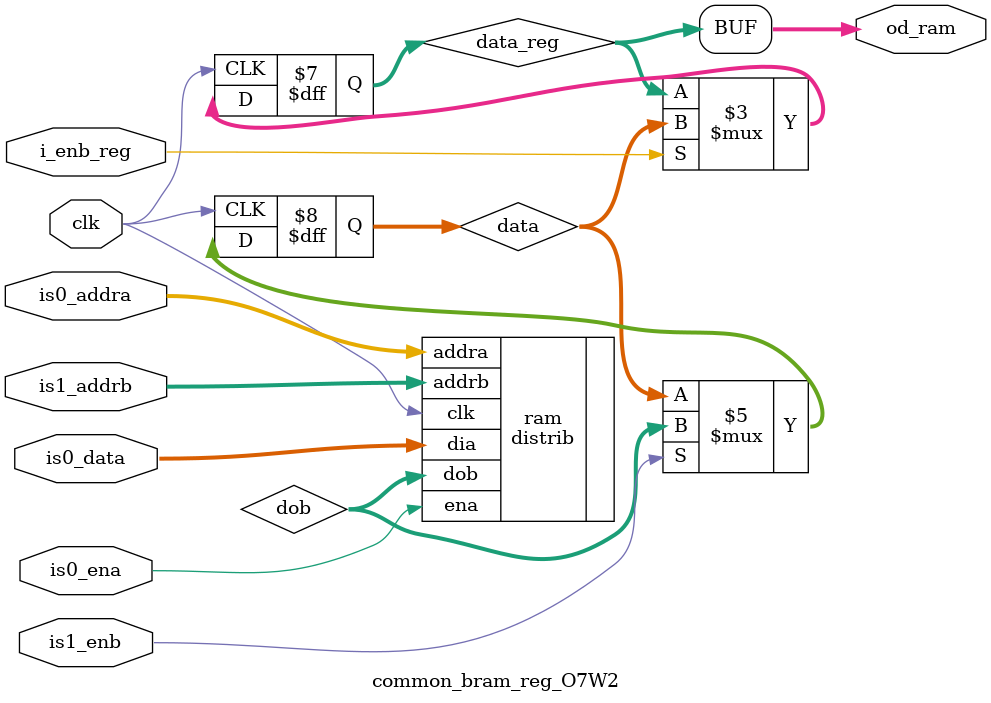
<source format=sv>
`timescale 100ps/100ps

(* keep_hierarchy = "yes" *) module common_bram_reg_O7W2 (
    input  bit clk,
    input  bit is0_ena,
    input  bit [6:0] is0_addra,
    input  bit [1:0] is0_data,
    input  bit is1_enb,
    input  bit [6:0] is1_addrb,
    input  bit i_enb_reg,
    output bit [1:0] od_ram
);


///////////////////////////////////////////////////////////
///////////////////////////////////////////////////////////
bit [1:0] data;
bit [1:0] data_reg;
bit [1:0] dob;

distrib #(
    .ORDER               (7),
    .WIDTH               (2))
ram (
    .clk                 (clk),
    .ena                 (is0_ena),
    .addra               (is0_addra),
    .dia                 (is0_data),
    .addrb               (is1_addrb),
    .dob                 (dob));


///////////////////////////////////////////////////////////
///////////////////////////////////////////////////////////
always_ff @(posedge clk)
begin
    if (is1_enb) begin
        data <= dob;
    end
end
always_ff @(posedge clk)
begin
    if (i_enb_reg) begin
        data_reg <= data;
    end
end
assign od_ram = data_reg;

endmodule
</source>
